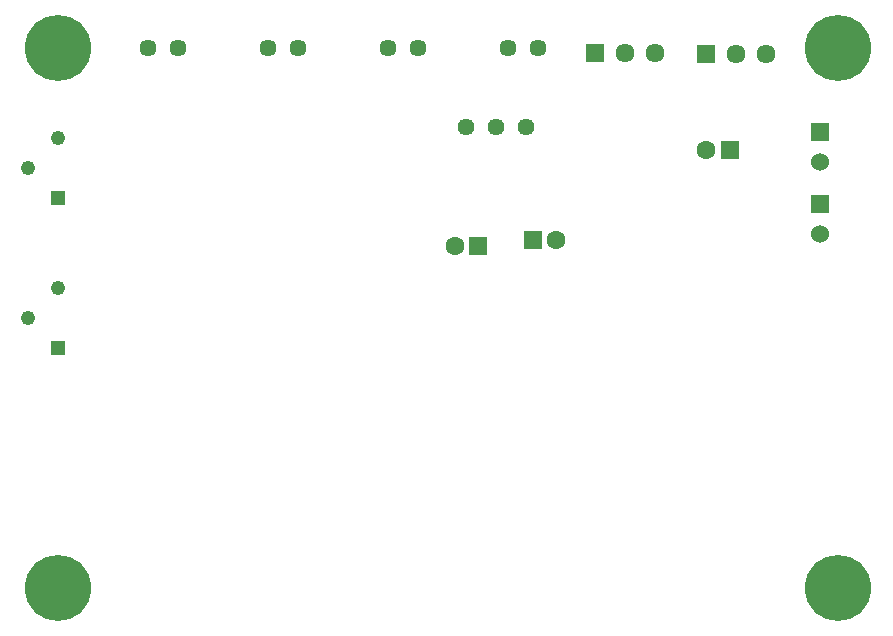
<source format=gbr>
%TF.GenerationSoftware,KiCad,Pcbnew,8.0.2*%
%TF.CreationDate,2024-06-16T16:42:44+02:00*%
%TF.ProjectId,bspdv3,62737064-7633-42e6-9b69-6361645f7063,rev?*%
%TF.SameCoordinates,Original*%
%TF.FileFunction,Soldermask,Bot*%
%TF.FilePolarity,Negative*%
%FSLAX46Y46*%
G04 Gerber Fmt 4.6, Leading zero omitted, Abs format (unit mm)*
G04 Created by KiCad (PCBNEW 8.0.2) date 2024-06-16 16:42:44*
%MOMM*%
%LPD*%
G01*
G04 APERTURE LIST*
%ADD10C,5.600000*%
%ADD11R,1.600000X1.600000*%
%ADD12C,1.600000*%
%ADD13C,1.447000*%
%ADD14C,1.440000*%
%ADD15R,1.217000X1.217000*%
%ADD16C,1.217000*%
%ADD17R,1.530000X1.530000*%
%ADD18C,1.530000*%
%ADD19R,1.610000X1.610000*%
%ADD20C,1.610000*%
G04 APERTURE END LIST*
D10*
%TO.C,M4*%
X88900000Y-66040000D03*
%TD*%
%TO.C,M3*%
X22860000Y-66040000D03*
%TD*%
D11*
%TO.C,C1*%
X58420000Y-37084000D03*
D12*
X56420000Y-37084000D03*
%TD*%
D13*
%TO.C,LED2*%
X40640000Y-20320000D03*
X43180000Y-20320000D03*
%TD*%
D14*
%TO.C,U2*%
X62484000Y-27024000D03*
X59944000Y-27024000D03*
X57404000Y-27024000D03*
%TD*%
D15*
%TO.C,RV2*%
X22860000Y-33020000D03*
D16*
X20320000Y-30480000D03*
X22860000Y-27940000D03*
%TD*%
D11*
%TO.C,C5*%
X63024000Y-36576000D03*
D12*
X65024000Y-36576000D03*
%TD*%
D13*
%TO.C,LED1*%
X50800000Y-20320000D03*
X53340000Y-20320000D03*
%TD*%
D10*
%TO.C,M1*%
X22860000Y-20320000D03*
%TD*%
D17*
%TO.C,J4*%
X87376000Y-27432000D03*
D18*
X87376000Y-29972000D03*
%TD*%
D19*
%TO.C,J2*%
X77724000Y-20828000D03*
D20*
X80264000Y-20828000D03*
X82804000Y-20828000D03*
%TD*%
D10*
%TO.C,M2*%
X88900000Y-20320000D03*
%TD*%
D13*
%TO.C,LED3*%
X30480000Y-20320000D03*
X33020000Y-20320000D03*
%TD*%
D11*
%TO.C,C4*%
X79724000Y-28956000D03*
D12*
X77724000Y-28956000D03*
%TD*%
D19*
%TO.C,J1*%
X68317000Y-20753000D03*
D20*
X70857000Y-20753000D03*
X73397000Y-20753000D03*
%TD*%
D15*
%TO.C,RV1*%
X22860000Y-45720000D03*
D16*
X20320000Y-43180000D03*
X22860000Y-40640000D03*
%TD*%
D17*
%TO.C,J3*%
X87376000Y-33528000D03*
D18*
X87376000Y-36068000D03*
%TD*%
D13*
%TO.C,LED4*%
X60960000Y-20320000D03*
X63500000Y-20320000D03*
%TD*%
M02*

</source>
